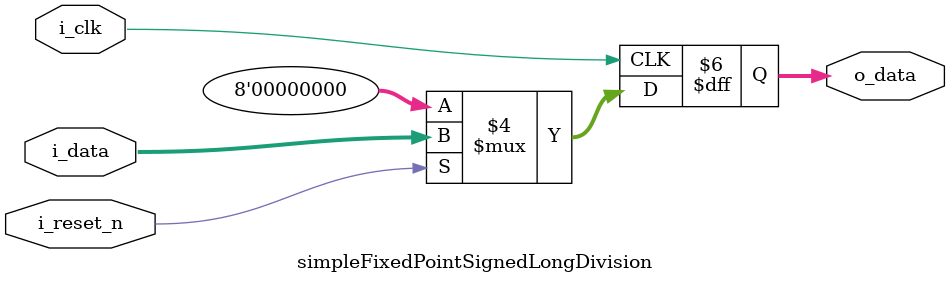
<source format=v>

`default_nettype none
`timescale 1ps/1ps

module simpleFixedPointSignedLongDivision(
    input   wire    [0:0]   i_clk,
    input   wire    [0:0]   i_reset_n,
    input   wire    [7:0]   i_data,
    output  reg     [7:0]   o_data
);

always @(posedge i_clk) begin
    if(!i_reset_n) begin
        o_data <= 8'h00;
    end else begin
        o_data <= i_data;
    end
end

endmodule

</source>
